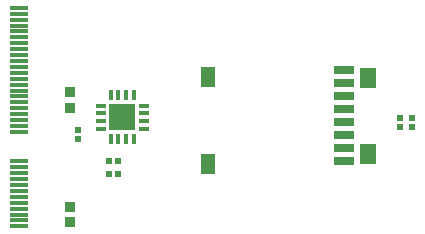
<source format=gtp>
G04*
G04 #@! TF.GenerationSoftware,Altium Limited,Altium Designer,21.1.0 (24)*
G04*
G04 Layer_Color=8421504*
%FSLAX44Y44*%
%MOMM*%
G71*
G04*
G04 #@! TF.SameCoordinates,8E971300-D6CB-4BFE-A36B-9E0936113F83*
G04*
G04*
G04 #@! TF.FilePolarity,Positive*
G04*
G01*
G75*
%ADD13R,0.9000X0.8500*%
%ADD14R,1.4000X1.8000*%
%ADD15R,1.2000X1.8000*%
%ADD16R,1.8000X0.8000*%
%ADD17R,2.2300X2.2300*%
%ADD18R,0.9500X0.3500*%
%ADD19R,0.3500X0.9500*%
%ADD20R,0.5200X0.5600*%
%ADD21R,0.5600X0.5200*%
%ADD22R,1.5000X0.3500*%
D13*
X55648Y74093D02*
D03*
Y61093D02*
D03*
Y171075D02*
D03*
Y158075D02*
D03*
D14*
X307750Y118500D02*
D03*
Y183500D02*
D03*
D15*
X172250Y110500D02*
D03*
Y184000D02*
D03*
D16*
X287750Y112500D02*
D03*
Y123500D02*
D03*
Y134500D02*
D03*
Y145500D02*
D03*
Y156500D02*
D03*
Y167500D02*
D03*
Y178500D02*
D03*
Y189500D02*
D03*
D17*
X100000Y150000D02*
D03*
D18*
X81600Y140250D02*
D03*
Y146750D02*
D03*
Y153250D02*
D03*
Y159750D02*
D03*
X118400D02*
D03*
Y153250D02*
D03*
Y146750D02*
D03*
Y140250D02*
D03*
D19*
X90250Y168400D02*
D03*
X96750D02*
D03*
X103250D02*
D03*
X109750D02*
D03*
Y131600D02*
D03*
X103250D02*
D03*
X96750D02*
D03*
X90250D02*
D03*
D20*
X335000Y141350D02*
D03*
Y149150D02*
D03*
X345000Y149050D02*
D03*
Y141450D02*
D03*
X62500Y131100D02*
D03*
Y138900D02*
D03*
D21*
X88600Y112500D02*
D03*
X96400D02*
D03*
X96293Y101789D02*
D03*
X88693D02*
D03*
D22*
X12500Y242500D02*
D03*
Y237500D02*
D03*
Y232500D02*
D03*
Y227500D02*
D03*
Y222500D02*
D03*
Y217500D02*
D03*
Y212500D02*
D03*
Y207500D02*
D03*
Y202500D02*
D03*
Y197500D02*
D03*
Y192500D02*
D03*
Y187500D02*
D03*
Y182500D02*
D03*
Y177500D02*
D03*
Y172500D02*
D03*
Y167500D02*
D03*
Y162500D02*
D03*
Y157500D02*
D03*
Y152500D02*
D03*
Y147500D02*
D03*
Y142500D02*
D03*
Y137500D02*
D03*
Y112500D02*
D03*
Y107500D02*
D03*
Y102500D02*
D03*
Y97500D02*
D03*
Y92500D02*
D03*
Y87500D02*
D03*
Y82500D02*
D03*
Y77500D02*
D03*
Y72500D02*
D03*
Y67500D02*
D03*
Y62500D02*
D03*
Y57500D02*
D03*
M02*

</source>
